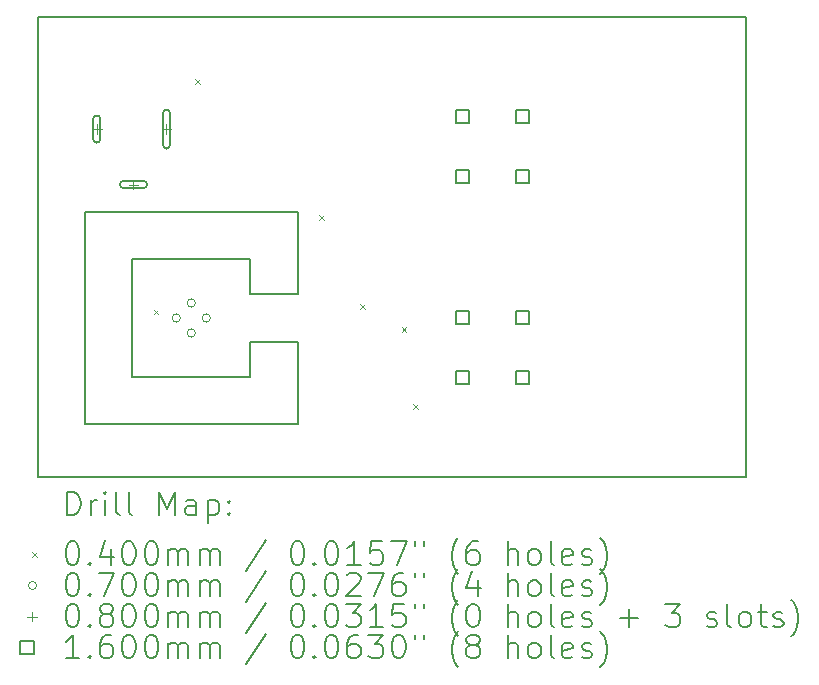
<source format=gbr>
%FSLAX45Y45*%
G04 Gerber Fmt 4.5, Leading zero omitted, Abs format (unit mm)*
G04 Created by KiCad (PCBNEW 6.0.0-d3dd2cf0fa~116~ubuntu21.10.1) date 2022-02-04 23:08:04*
%MOMM*%
%LPD*%
G01*
G04 APERTURE LIST*
%TA.AperFunction,Profile*%
%ADD10C,0.200000*%
%TD*%
%ADD11C,0.200000*%
%ADD12C,0.040000*%
%ADD13C,0.070000*%
%ADD14C,0.080000*%
%ADD15C,0.160000*%
G04 APERTURE END LIST*
D10*
X9300000Y-11550000D02*
X8300000Y-11550000D01*
X7500000Y-8500000D02*
X13500000Y-8500000D01*
X13500000Y-8500000D02*
X13500000Y-12400000D01*
X13500000Y-12400000D02*
X7500000Y-12400000D01*
X7500000Y-12400000D02*
X7500000Y-8500000D01*
X8300000Y-11550000D02*
X8300000Y-10550000D01*
X9700000Y-10850000D02*
X9700000Y-10150000D01*
X9300000Y-10550000D02*
X9300000Y-10850000D01*
X9700000Y-11950000D02*
X9700000Y-11250000D01*
X9700000Y-10150000D02*
X7900000Y-10150000D01*
X8300000Y-10550000D02*
X9300000Y-10550000D01*
X9300000Y-11250000D02*
X9300000Y-11550000D01*
X7900000Y-10150000D02*
X7900000Y-11950000D01*
X7900000Y-11950000D02*
X9700000Y-11950000D01*
X9700000Y-11250000D02*
X9300000Y-11250000D01*
X9300000Y-10850000D02*
X9700000Y-10850000D01*
D11*
D12*
X8480000Y-10980000D02*
X8520000Y-11020000D01*
X8520000Y-10980000D02*
X8480000Y-11020000D01*
X8830000Y-9030000D02*
X8870000Y-9070000D01*
X8870000Y-9030000D02*
X8830000Y-9070000D01*
X9880000Y-10180000D02*
X9920000Y-10220000D01*
X9920000Y-10180000D02*
X9880000Y-10220000D01*
X10230000Y-10930000D02*
X10270000Y-10970000D01*
X10270000Y-10930000D02*
X10230000Y-10970000D01*
X10580000Y-11130000D02*
X10620000Y-11170000D01*
X10620000Y-11130000D02*
X10580000Y-11170000D01*
X10680000Y-11780000D02*
X10720000Y-11820000D01*
X10720000Y-11780000D02*
X10680000Y-11820000D01*
D13*
X8708000Y-11050000D02*
G75*
G03*
X8708000Y-11050000I-35000J0D01*
G01*
X8835000Y-10923000D02*
G75*
G03*
X8835000Y-10923000I-35000J0D01*
G01*
X8835000Y-11177000D02*
G75*
G03*
X8835000Y-11177000I-35000J0D01*
G01*
X8962000Y-11050000D02*
G75*
G03*
X8962000Y-11050000I-35000J0D01*
G01*
D14*
X8000000Y-9410000D02*
X8000000Y-9490000D01*
X7960000Y-9450000D02*
X8040000Y-9450000D01*
D11*
X7970000Y-9365000D02*
X7970000Y-9535000D01*
X8030000Y-9365000D02*
X8030000Y-9535000D01*
X7970000Y-9535000D02*
G75*
G03*
X8030000Y-9535000I30000J0D01*
G01*
X8030000Y-9365000D02*
G75*
G03*
X7970000Y-9365000I-30000J0D01*
G01*
D14*
X8310000Y-9880000D02*
X8310000Y-9960000D01*
X8270000Y-9920000D02*
X8350000Y-9920000D01*
D11*
X8225000Y-9950000D02*
X8395000Y-9950000D01*
X8225000Y-9890000D02*
X8395000Y-9890000D01*
X8395000Y-9950000D02*
G75*
G03*
X8395000Y-9890000I0J30000D01*
G01*
X8225000Y-9890000D02*
G75*
G03*
X8225000Y-9950000I0J-30000D01*
G01*
D14*
X8590000Y-9410000D02*
X8590000Y-9490000D01*
X8550000Y-9450000D02*
X8630000Y-9450000D01*
D11*
X8560000Y-9315000D02*
X8560000Y-9585000D01*
X8620000Y-9315000D02*
X8620000Y-9585000D01*
X8560000Y-9585000D02*
G75*
G03*
X8620000Y-9585000I30000J0D01*
G01*
X8620000Y-9315000D02*
G75*
G03*
X8560000Y-9315000I-30000J0D01*
G01*
D15*
X11152569Y-9402569D02*
X11152569Y-9289431D01*
X11039431Y-9289431D01*
X11039431Y-9402569D01*
X11152569Y-9402569D01*
X11152569Y-9910569D02*
X11152569Y-9797431D01*
X11039431Y-9797431D01*
X11039431Y-9910569D01*
X11152569Y-9910569D01*
X11152569Y-11102569D02*
X11152569Y-10989431D01*
X11039431Y-10989431D01*
X11039431Y-11102569D01*
X11152569Y-11102569D01*
X11152569Y-11610569D02*
X11152569Y-11497431D01*
X11039431Y-11497431D01*
X11039431Y-11610569D01*
X11152569Y-11610569D01*
X11660569Y-9402569D02*
X11660569Y-9289431D01*
X11547431Y-9289431D01*
X11547431Y-9402569D01*
X11660569Y-9402569D01*
X11660569Y-9910569D02*
X11660569Y-9797431D01*
X11547431Y-9797431D01*
X11547431Y-9910569D01*
X11660569Y-9910569D01*
X11660569Y-11102569D02*
X11660569Y-10989431D01*
X11547431Y-10989431D01*
X11547431Y-11102569D01*
X11660569Y-11102569D01*
X11660569Y-11610569D02*
X11660569Y-11497431D01*
X11547431Y-11497431D01*
X11547431Y-11610569D01*
X11660569Y-11610569D01*
D11*
X7747619Y-12720476D02*
X7747619Y-12520476D01*
X7795238Y-12520476D01*
X7823809Y-12530000D01*
X7842857Y-12549048D01*
X7852381Y-12568095D01*
X7861905Y-12606190D01*
X7861905Y-12634762D01*
X7852381Y-12672857D01*
X7842857Y-12691905D01*
X7823809Y-12710952D01*
X7795238Y-12720476D01*
X7747619Y-12720476D01*
X7947619Y-12720476D02*
X7947619Y-12587143D01*
X7947619Y-12625238D02*
X7957143Y-12606190D01*
X7966667Y-12596667D01*
X7985714Y-12587143D01*
X8004762Y-12587143D01*
X8071428Y-12720476D02*
X8071428Y-12587143D01*
X8071428Y-12520476D02*
X8061905Y-12530000D01*
X8071428Y-12539524D01*
X8080952Y-12530000D01*
X8071428Y-12520476D01*
X8071428Y-12539524D01*
X8195238Y-12720476D02*
X8176190Y-12710952D01*
X8166667Y-12691905D01*
X8166667Y-12520476D01*
X8300000Y-12720476D02*
X8280952Y-12710952D01*
X8271428Y-12691905D01*
X8271428Y-12520476D01*
X8528571Y-12720476D02*
X8528571Y-12520476D01*
X8595238Y-12663333D01*
X8661905Y-12520476D01*
X8661905Y-12720476D01*
X8842857Y-12720476D02*
X8842857Y-12615714D01*
X8833333Y-12596667D01*
X8814286Y-12587143D01*
X8776190Y-12587143D01*
X8757143Y-12596667D01*
X8842857Y-12710952D02*
X8823810Y-12720476D01*
X8776190Y-12720476D01*
X8757143Y-12710952D01*
X8747619Y-12691905D01*
X8747619Y-12672857D01*
X8757143Y-12653809D01*
X8776190Y-12644286D01*
X8823810Y-12644286D01*
X8842857Y-12634762D01*
X8938095Y-12587143D02*
X8938095Y-12787143D01*
X8938095Y-12596667D02*
X8957143Y-12587143D01*
X8995238Y-12587143D01*
X9014286Y-12596667D01*
X9023810Y-12606190D01*
X9033333Y-12625238D01*
X9033333Y-12682381D01*
X9023810Y-12701428D01*
X9014286Y-12710952D01*
X8995238Y-12720476D01*
X8957143Y-12720476D01*
X8938095Y-12710952D01*
X9119048Y-12701428D02*
X9128571Y-12710952D01*
X9119048Y-12720476D01*
X9109524Y-12710952D01*
X9119048Y-12701428D01*
X9119048Y-12720476D01*
X9119048Y-12596667D02*
X9128571Y-12606190D01*
X9119048Y-12615714D01*
X9109524Y-12606190D01*
X9119048Y-12596667D01*
X9119048Y-12615714D01*
D12*
X7450000Y-13030000D02*
X7490000Y-13070000D01*
X7490000Y-13030000D02*
X7450000Y-13070000D01*
D11*
X7785714Y-12940476D02*
X7804762Y-12940476D01*
X7823809Y-12950000D01*
X7833333Y-12959524D01*
X7842857Y-12978571D01*
X7852381Y-13016667D01*
X7852381Y-13064286D01*
X7842857Y-13102381D01*
X7833333Y-13121428D01*
X7823809Y-13130952D01*
X7804762Y-13140476D01*
X7785714Y-13140476D01*
X7766667Y-13130952D01*
X7757143Y-13121428D01*
X7747619Y-13102381D01*
X7738095Y-13064286D01*
X7738095Y-13016667D01*
X7747619Y-12978571D01*
X7757143Y-12959524D01*
X7766667Y-12950000D01*
X7785714Y-12940476D01*
X7938095Y-13121428D02*
X7947619Y-13130952D01*
X7938095Y-13140476D01*
X7928571Y-13130952D01*
X7938095Y-13121428D01*
X7938095Y-13140476D01*
X8119048Y-13007143D02*
X8119048Y-13140476D01*
X8071428Y-12930952D02*
X8023809Y-13073809D01*
X8147619Y-13073809D01*
X8261905Y-12940476D02*
X8280952Y-12940476D01*
X8300000Y-12950000D01*
X8309524Y-12959524D01*
X8319048Y-12978571D01*
X8328571Y-13016667D01*
X8328571Y-13064286D01*
X8319048Y-13102381D01*
X8309524Y-13121428D01*
X8300000Y-13130952D01*
X8280952Y-13140476D01*
X8261905Y-13140476D01*
X8242857Y-13130952D01*
X8233333Y-13121428D01*
X8223809Y-13102381D01*
X8214286Y-13064286D01*
X8214286Y-13016667D01*
X8223809Y-12978571D01*
X8233333Y-12959524D01*
X8242857Y-12950000D01*
X8261905Y-12940476D01*
X8452381Y-12940476D02*
X8471429Y-12940476D01*
X8490476Y-12950000D01*
X8500000Y-12959524D01*
X8509524Y-12978571D01*
X8519048Y-13016667D01*
X8519048Y-13064286D01*
X8509524Y-13102381D01*
X8500000Y-13121428D01*
X8490476Y-13130952D01*
X8471429Y-13140476D01*
X8452381Y-13140476D01*
X8433333Y-13130952D01*
X8423810Y-13121428D01*
X8414286Y-13102381D01*
X8404762Y-13064286D01*
X8404762Y-13016667D01*
X8414286Y-12978571D01*
X8423810Y-12959524D01*
X8433333Y-12950000D01*
X8452381Y-12940476D01*
X8604762Y-13140476D02*
X8604762Y-13007143D01*
X8604762Y-13026190D02*
X8614286Y-13016667D01*
X8633333Y-13007143D01*
X8661905Y-13007143D01*
X8680952Y-13016667D01*
X8690476Y-13035714D01*
X8690476Y-13140476D01*
X8690476Y-13035714D02*
X8700000Y-13016667D01*
X8719048Y-13007143D01*
X8747619Y-13007143D01*
X8766667Y-13016667D01*
X8776190Y-13035714D01*
X8776190Y-13140476D01*
X8871429Y-13140476D02*
X8871429Y-13007143D01*
X8871429Y-13026190D02*
X8880952Y-13016667D01*
X8900000Y-13007143D01*
X8928571Y-13007143D01*
X8947619Y-13016667D01*
X8957143Y-13035714D01*
X8957143Y-13140476D01*
X8957143Y-13035714D02*
X8966667Y-13016667D01*
X8985714Y-13007143D01*
X9014286Y-13007143D01*
X9033333Y-13016667D01*
X9042857Y-13035714D01*
X9042857Y-13140476D01*
X9433333Y-12930952D02*
X9261905Y-13188095D01*
X9690476Y-12940476D02*
X9709524Y-12940476D01*
X9728571Y-12950000D01*
X9738095Y-12959524D01*
X9747619Y-12978571D01*
X9757143Y-13016667D01*
X9757143Y-13064286D01*
X9747619Y-13102381D01*
X9738095Y-13121428D01*
X9728571Y-13130952D01*
X9709524Y-13140476D01*
X9690476Y-13140476D01*
X9671429Y-13130952D01*
X9661905Y-13121428D01*
X9652381Y-13102381D01*
X9642857Y-13064286D01*
X9642857Y-13016667D01*
X9652381Y-12978571D01*
X9661905Y-12959524D01*
X9671429Y-12950000D01*
X9690476Y-12940476D01*
X9842857Y-13121428D02*
X9852381Y-13130952D01*
X9842857Y-13140476D01*
X9833333Y-13130952D01*
X9842857Y-13121428D01*
X9842857Y-13140476D01*
X9976190Y-12940476D02*
X9995238Y-12940476D01*
X10014286Y-12950000D01*
X10023810Y-12959524D01*
X10033333Y-12978571D01*
X10042857Y-13016667D01*
X10042857Y-13064286D01*
X10033333Y-13102381D01*
X10023810Y-13121428D01*
X10014286Y-13130952D01*
X9995238Y-13140476D01*
X9976190Y-13140476D01*
X9957143Y-13130952D01*
X9947619Y-13121428D01*
X9938095Y-13102381D01*
X9928571Y-13064286D01*
X9928571Y-13016667D01*
X9938095Y-12978571D01*
X9947619Y-12959524D01*
X9957143Y-12950000D01*
X9976190Y-12940476D01*
X10233333Y-13140476D02*
X10119048Y-13140476D01*
X10176190Y-13140476D02*
X10176190Y-12940476D01*
X10157143Y-12969048D01*
X10138095Y-12988095D01*
X10119048Y-12997619D01*
X10414286Y-12940476D02*
X10319048Y-12940476D01*
X10309524Y-13035714D01*
X10319048Y-13026190D01*
X10338095Y-13016667D01*
X10385714Y-13016667D01*
X10404762Y-13026190D01*
X10414286Y-13035714D01*
X10423810Y-13054762D01*
X10423810Y-13102381D01*
X10414286Y-13121428D01*
X10404762Y-13130952D01*
X10385714Y-13140476D01*
X10338095Y-13140476D01*
X10319048Y-13130952D01*
X10309524Y-13121428D01*
X10490476Y-12940476D02*
X10623810Y-12940476D01*
X10538095Y-13140476D01*
X10690476Y-12940476D02*
X10690476Y-12978571D01*
X10766667Y-12940476D02*
X10766667Y-12978571D01*
X11061905Y-13216667D02*
X11052381Y-13207143D01*
X11033333Y-13178571D01*
X11023810Y-13159524D01*
X11014286Y-13130952D01*
X11004762Y-13083333D01*
X11004762Y-13045238D01*
X11014286Y-12997619D01*
X11023810Y-12969048D01*
X11033333Y-12950000D01*
X11052381Y-12921428D01*
X11061905Y-12911905D01*
X11223809Y-12940476D02*
X11185714Y-12940476D01*
X11166667Y-12950000D01*
X11157143Y-12959524D01*
X11138095Y-12988095D01*
X11128571Y-13026190D01*
X11128571Y-13102381D01*
X11138095Y-13121428D01*
X11147619Y-13130952D01*
X11166667Y-13140476D01*
X11204762Y-13140476D01*
X11223809Y-13130952D01*
X11233333Y-13121428D01*
X11242857Y-13102381D01*
X11242857Y-13054762D01*
X11233333Y-13035714D01*
X11223809Y-13026190D01*
X11204762Y-13016667D01*
X11166667Y-13016667D01*
X11147619Y-13026190D01*
X11138095Y-13035714D01*
X11128571Y-13054762D01*
X11480952Y-13140476D02*
X11480952Y-12940476D01*
X11566667Y-13140476D02*
X11566667Y-13035714D01*
X11557143Y-13016667D01*
X11538095Y-13007143D01*
X11509524Y-13007143D01*
X11490476Y-13016667D01*
X11480952Y-13026190D01*
X11690476Y-13140476D02*
X11671428Y-13130952D01*
X11661905Y-13121428D01*
X11652381Y-13102381D01*
X11652381Y-13045238D01*
X11661905Y-13026190D01*
X11671428Y-13016667D01*
X11690476Y-13007143D01*
X11719048Y-13007143D01*
X11738095Y-13016667D01*
X11747619Y-13026190D01*
X11757143Y-13045238D01*
X11757143Y-13102381D01*
X11747619Y-13121428D01*
X11738095Y-13130952D01*
X11719048Y-13140476D01*
X11690476Y-13140476D01*
X11871428Y-13140476D02*
X11852381Y-13130952D01*
X11842857Y-13111905D01*
X11842857Y-12940476D01*
X12023809Y-13130952D02*
X12004762Y-13140476D01*
X11966667Y-13140476D01*
X11947619Y-13130952D01*
X11938095Y-13111905D01*
X11938095Y-13035714D01*
X11947619Y-13016667D01*
X11966667Y-13007143D01*
X12004762Y-13007143D01*
X12023809Y-13016667D01*
X12033333Y-13035714D01*
X12033333Y-13054762D01*
X11938095Y-13073809D01*
X12109524Y-13130952D02*
X12128571Y-13140476D01*
X12166667Y-13140476D01*
X12185714Y-13130952D01*
X12195238Y-13111905D01*
X12195238Y-13102381D01*
X12185714Y-13083333D01*
X12166667Y-13073809D01*
X12138095Y-13073809D01*
X12119048Y-13064286D01*
X12109524Y-13045238D01*
X12109524Y-13035714D01*
X12119048Y-13016667D01*
X12138095Y-13007143D01*
X12166667Y-13007143D01*
X12185714Y-13016667D01*
X12261905Y-13216667D02*
X12271428Y-13207143D01*
X12290476Y-13178571D01*
X12300000Y-13159524D01*
X12309524Y-13130952D01*
X12319048Y-13083333D01*
X12319048Y-13045238D01*
X12309524Y-12997619D01*
X12300000Y-12969048D01*
X12290476Y-12950000D01*
X12271428Y-12921428D01*
X12261905Y-12911905D01*
D13*
X7490000Y-13314000D02*
G75*
G03*
X7490000Y-13314000I-35000J0D01*
G01*
D11*
X7785714Y-13204476D02*
X7804762Y-13204476D01*
X7823809Y-13214000D01*
X7833333Y-13223524D01*
X7842857Y-13242571D01*
X7852381Y-13280667D01*
X7852381Y-13328286D01*
X7842857Y-13366381D01*
X7833333Y-13385428D01*
X7823809Y-13394952D01*
X7804762Y-13404476D01*
X7785714Y-13404476D01*
X7766667Y-13394952D01*
X7757143Y-13385428D01*
X7747619Y-13366381D01*
X7738095Y-13328286D01*
X7738095Y-13280667D01*
X7747619Y-13242571D01*
X7757143Y-13223524D01*
X7766667Y-13214000D01*
X7785714Y-13204476D01*
X7938095Y-13385428D02*
X7947619Y-13394952D01*
X7938095Y-13404476D01*
X7928571Y-13394952D01*
X7938095Y-13385428D01*
X7938095Y-13404476D01*
X8014286Y-13204476D02*
X8147619Y-13204476D01*
X8061905Y-13404476D01*
X8261905Y-13204476D02*
X8280952Y-13204476D01*
X8300000Y-13214000D01*
X8309524Y-13223524D01*
X8319048Y-13242571D01*
X8328571Y-13280667D01*
X8328571Y-13328286D01*
X8319048Y-13366381D01*
X8309524Y-13385428D01*
X8300000Y-13394952D01*
X8280952Y-13404476D01*
X8261905Y-13404476D01*
X8242857Y-13394952D01*
X8233333Y-13385428D01*
X8223809Y-13366381D01*
X8214286Y-13328286D01*
X8214286Y-13280667D01*
X8223809Y-13242571D01*
X8233333Y-13223524D01*
X8242857Y-13214000D01*
X8261905Y-13204476D01*
X8452381Y-13204476D02*
X8471429Y-13204476D01*
X8490476Y-13214000D01*
X8500000Y-13223524D01*
X8509524Y-13242571D01*
X8519048Y-13280667D01*
X8519048Y-13328286D01*
X8509524Y-13366381D01*
X8500000Y-13385428D01*
X8490476Y-13394952D01*
X8471429Y-13404476D01*
X8452381Y-13404476D01*
X8433333Y-13394952D01*
X8423810Y-13385428D01*
X8414286Y-13366381D01*
X8404762Y-13328286D01*
X8404762Y-13280667D01*
X8414286Y-13242571D01*
X8423810Y-13223524D01*
X8433333Y-13214000D01*
X8452381Y-13204476D01*
X8604762Y-13404476D02*
X8604762Y-13271143D01*
X8604762Y-13290190D02*
X8614286Y-13280667D01*
X8633333Y-13271143D01*
X8661905Y-13271143D01*
X8680952Y-13280667D01*
X8690476Y-13299714D01*
X8690476Y-13404476D01*
X8690476Y-13299714D02*
X8700000Y-13280667D01*
X8719048Y-13271143D01*
X8747619Y-13271143D01*
X8766667Y-13280667D01*
X8776190Y-13299714D01*
X8776190Y-13404476D01*
X8871429Y-13404476D02*
X8871429Y-13271143D01*
X8871429Y-13290190D02*
X8880952Y-13280667D01*
X8900000Y-13271143D01*
X8928571Y-13271143D01*
X8947619Y-13280667D01*
X8957143Y-13299714D01*
X8957143Y-13404476D01*
X8957143Y-13299714D02*
X8966667Y-13280667D01*
X8985714Y-13271143D01*
X9014286Y-13271143D01*
X9033333Y-13280667D01*
X9042857Y-13299714D01*
X9042857Y-13404476D01*
X9433333Y-13194952D02*
X9261905Y-13452095D01*
X9690476Y-13204476D02*
X9709524Y-13204476D01*
X9728571Y-13214000D01*
X9738095Y-13223524D01*
X9747619Y-13242571D01*
X9757143Y-13280667D01*
X9757143Y-13328286D01*
X9747619Y-13366381D01*
X9738095Y-13385428D01*
X9728571Y-13394952D01*
X9709524Y-13404476D01*
X9690476Y-13404476D01*
X9671429Y-13394952D01*
X9661905Y-13385428D01*
X9652381Y-13366381D01*
X9642857Y-13328286D01*
X9642857Y-13280667D01*
X9652381Y-13242571D01*
X9661905Y-13223524D01*
X9671429Y-13214000D01*
X9690476Y-13204476D01*
X9842857Y-13385428D02*
X9852381Y-13394952D01*
X9842857Y-13404476D01*
X9833333Y-13394952D01*
X9842857Y-13385428D01*
X9842857Y-13404476D01*
X9976190Y-13204476D02*
X9995238Y-13204476D01*
X10014286Y-13214000D01*
X10023810Y-13223524D01*
X10033333Y-13242571D01*
X10042857Y-13280667D01*
X10042857Y-13328286D01*
X10033333Y-13366381D01*
X10023810Y-13385428D01*
X10014286Y-13394952D01*
X9995238Y-13404476D01*
X9976190Y-13404476D01*
X9957143Y-13394952D01*
X9947619Y-13385428D01*
X9938095Y-13366381D01*
X9928571Y-13328286D01*
X9928571Y-13280667D01*
X9938095Y-13242571D01*
X9947619Y-13223524D01*
X9957143Y-13214000D01*
X9976190Y-13204476D01*
X10119048Y-13223524D02*
X10128571Y-13214000D01*
X10147619Y-13204476D01*
X10195238Y-13204476D01*
X10214286Y-13214000D01*
X10223810Y-13223524D01*
X10233333Y-13242571D01*
X10233333Y-13261619D01*
X10223810Y-13290190D01*
X10109524Y-13404476D01*
X10233333Y-13404476D01*
X10300000Y-13204476D02*
X10433333Y-13204476D01*
X10347619Y-13404476D01*
X10595238Y-13204476D02*
X10557143Y-13204476D01*
X10538095Y-13214000D01*
X10528571Y-13223524D01*
X10509524Y-13252095D01*
X10500000Y-13290190D01*
X10500000Y-13366381D01*
X10509524Y-13385428D01*
X10519048Y-13394952D01*
X10538095Y-13404476D01*
X10576190Y-13404476D01*
X10595238Y-13394952D01*
X10604762Y-13385428D01*
X10614286Y-13366381D01*
X10614286Y-13318762D01*
X10604762Y-13299714D01*
X10595238Y-13290190D01*
X10576190Y-13280667D01*
X10538095Y-13280667D01*
X10519048Y-13290190D01*
X10509524Y-13299714D01*
X10500000Y-13318762D01*
X10690476Y-13204476D02*
X10690476Y-13242571D01*
X10766667Y-13204476D02*
X10766667Y-13242571D01*
X11061905Y-13480667D02*
X11052381Y-13471143D01*
X11033333Y-13442571D01*
X11023810Y-13423524D01*
X11014286Y-13394952D01*
X11004762Y-13347333D01*
X11004762Y-13309238D01*
X11014286Y-13261619D01*
X11023810Y-13233048D01*
X11033333Y-13214000D01*
X11052381Y-13185428D01*
X11061905Y-13175905D01*
X11223809Y-13271143D02*
X11223809Y-13404476D01*
X11176190Y-13194952D02*
X11128571Y-13337809D01*
X11252381Y-13337809D01*
X11480952Y-13404476D02*
X11480952Y-13204476D01*
X11566667Y-13404476D02*
X11566667Y-13299714D01*
X11557143Y-13280667D01*
X11538095Y-13271143D01*
X11509524Y-13271143D01*
X11490476Y-13280667D01*
X11480952Y-13290190D01*
X11690476Y-13404476D02*
X11671428Y-13394952D01*
X11661905Y-13385428D01*
X11652381Y-13366381D01*
X11652381Y-13309238D01*
X11661905Y-13290190D01*
X11671428Y-13280667D01*
X11690476Y-13271143D01*
X11719048Y-13271143D01*
X11738095Y-13280667D01*
X11747619Y-13290190D01*
X11757143Y-13309238D01*
X11757143Y-13366381D01*
X11747619Y-13385428D01*
X11738095Y-13394952D01*
X11719048Y-13404476D01*
X11690476Y-13404476D01*
X11871428Y-13404476D02*
X11852381Y-13394952D01*
X11842857Y-13375905D01*
X11842857Y-13204476D01*
X12023809Y-13394952D02*
X12004762Y-13404476D01*
X11966667Y-13404476D01*
X11947619Y-13394952D01*
X11938095Y-13375905D01*
X11938095Y-13299714D01*
X11947619Y-13280667D01*
X11966667Y-13271143D01*
X12004762Y-13271143D01*
X12023809Y-13280667D01*
X12033333Y-13299714D01*
X12033333Y-13318762D01*
X11938095Y-13337809D01*
X12109524Y-13394952D02*
X12128571Y-13404476D01*
X12166667Y-13404476D01*
X12185714Y-13394952D01*
X12195238Y-13375905D01*
X12195238Y-13366381D01*
X12185714Y-13347333D01*
X12166667Y-13337809D01*
X12138095Y-13337809D01*
X12119048Y-13328286D01*
X12109524Y-13309238D01*
X12109524Y-13299714D01*
X12119048Y-13280667D01*
X12138095Y-13271143D01*
X12166667Y-13271143D01*
X12185714Y-13280667D01*
X12261905Y-13480667D02*
X12271428Y-13471143D01*
X12290476Y-13442571D01*
X12300000Y-13423524D01*
X12309524Y-13394952D01*
X12319048Y-13347333D01*
X12319048Y-13309238D01*
X12309524Y-13261619D01*
X12300000Y-13233048D01*
X12290476Y-13214000D01*
X12271428Y-13185428D01*
X12261905Y-13175905D01*
D14*
X7450000Y-13538000D02*
X7450000Y-13618000D01*
X7410000Y-13578000D02*
X7490000Y-13578000D01*
D11*
X7785714Y-13468476D02*
X7804762Y-13468476D01*
X7823809Y-13478000D01*
X7833333Y-13487524D01*
X7842857Y-13506571D01*
X7852381Y-13544667D01*
X7852381Y-13592286D01*
X7842857Y-13630381D01*
X7833333Y-13649428D01*
X7823809Y-13658952D01*
X7804762Y-13668476D01*
X7785714Y-13668476D01*
X7766667Y-13658952D01*
X7757143Y-13649428D01*
X7747619Y-13630381D01*
X7738095Y-13592286D01*
X7738095Y-13544667D01*
X7747619Y-13506571D01*
X7757143Y-13487524D01*
X7766667Y-13478000D01*
X7785714Y-13468476D01*
X7938095Y-13649428D02*
X7947619Y-13658952D01*
X7938095Y-13668476D01*
X7928571Y-13658952D01*
X7938095Y-13649428D01*
X7938095Y-13668476D01*
X8061905Y-13554190D02*
X8042857Y-13544667D01*
X8033333Y-13535143D01*
X8023809Y-13516095D01*
X8023809Y-13506571D01*
X8033333Y-13487524D01*
X8042857Y-13478000D01*
X8061905Y-13468476D01*
X8100000Y-13468476D01*
X8119048Y-13478000D01*
X8128571Y-13487524D01*
X8138095Y-13506571D01*
X8138095Y-13516095D01*
X8128571Y-13535143D01*
X8119048Y-13544667D01*
X8100000Y-13554190D01*
X8061905Y-13554190D01*
X8042857Y-13563714D01*
X8033333Y-13573238D01*
X8023809Y-13592286D01*
X8023809Y-13630381D01*
X8033333Y-13649428D01*
X8042857Y-13658952D01*
X8061905Y-13668476D01*
X8100000Y-13668476D01*
X8119048Y-13658952D01*
X8128571Y-13649428D01*
X8138095Y-13630381D01*
X8138095Y-13592286D01*
X8128571Y-13573238D01*
X8119048Y-13563714D01*
X8100000Y-13554190D01*
X8261905Y-13468476D02*
X8280952Y-13468476D01*
X8300000Y-13478000D01*
X8309524Y-13487524D01*
X8319048Y-13506571D01*
X8328571Y-13544667D01*
X8328571Y-13592286D01*
X8319048Y-13630381D01*
X8309524Y-13649428D01*
X8300000Y-13658952D01*
X8280952Y-13668476D01*
X8261905Y-13668476D01*
X8242857Y-13658952D01*
X8233333Y-13649428D01*
X8223809Y-13630381D01*
X8214286Y-13592286D01*
X8214286Y-13544667D01*
X8223809Y-13506571D01*
X8233333Y-13487524D01*
X8242857Y-13478000D01*
X8261905Y-13468476D01*
X8452381Y-13468476D02*
X8471429Y-13468476D01*
X8490476Y-13478000D01*
X8500000Y-13487524D01*
X8509524Y-13506571D01*
X8519048Y-13544667D01*
X8519048Y-13592286D01*
X8509524Y-13630381D01*
X8500000Y-13649428D01*
X8490476Y-13658952D01*
X8471429Y-13668476D01*
X8452381Y-13668476D01*
X8433333Y-13658952D01*
X8423810Y-13649428D01*
X8414286Y-13630381D01*
X8404762Y-13592286D01*
X8404762Y-13544667D01*
X8414286Y-13506571D01*
X8423810Y-13487524D01*
X8433333Y-13478000D01*
X8452381Y-13468476D01*
X8604762Y-13668476D02*
X8604762Y-13535143D01*
X8604762Y-13554190D02*
X8614286Y-13544667D01*
X8633333Y-13535143D01*
X8661905Y-13535143D01*
X8680952Y-13544667D01*
X8690476Y-13563714D01*
X8690476Y-13668476D01*
X8690476Y-13563714D02*
X8700000Y-13544667D01*
X8719048Y-13535143D01*
X8747619Y-13535143D01*
X8766667Y-13544667D01*
X8776190Y-13563714D01*
X8776190Y-13668476D01*
X8871429Y-13668476D02*
X8871429Y-13535143D01*
X8871429Y-13554190D02*
X8880952Y-13544667D01*
X8900000Y-13535143D01*
X8928571Y-13535143D01*
X8947619Y-13544667D01*
X8957143Y-13563714D01*
X8957143Y-13668476D01*
X8957143Y-13563714D02*
X8966667Y-13544667D01*
X8985714Y-13535143D01*
X9014286Y-13535143D01*
X9033333Y-13544667D01*
X9042857Y-13563714D01*
X9042857Y-13668476D01*
X9433333Y-13458952D02*
X9261905Y-13716095D01*
X9690476Y-13468476D02*
X9709524Y-13468476D01*
X9728571Y-13478000D01*
X9738095Y-13487524D01*
X9747619Y-13506571D01*
X9757143Y-13544667D01*
X9757143Y-13592286D01*
X9747619Y-13630381D01*
X9738095Y-13649428D01*
X9728571Y-13658952D01*
X9709524Y-13668476D01*
X9690476Y-13668476D01*
X9671429Y-13658952D01*
X9661905Y-13649428D01*
X9652381Y-13630381D01*
X9642857Y-13592286D01*
X9642857Y-13544667D01*
X9652381Y-13506571D01*
X9661905Y-13487524D01*
X9671429Y-13478000D01*
X9690476Y-13468476D01*
X9842857Y-13649428D02*
X9852381Y-13658952D01*
X9842857Y-13668476D01*
X9833333Y-13658952D01*
X9842857Y-13649428D01*
X9842857Y-13668476D01*
X9976190Y-13468476D02*
X9995238Y-13468476D01*
X10014286Y-13478000D01*
X10023810Y-13487524D01*
X10033333Y-13506571D01*
X10042857Y-13544667D01*
X10042857Y-13592286D01*
X10033333Y-13630381D01*
X10023810Y-13649428D01*
X10014286Y-13658952D01*
X9995238Y-13668476D01*
X9976190Y-13668476D01*
X9957143Y-13658952D01*
X9947619Y-13649428D01*
X9938095Y-13630381D01*
X9928571Y-13592286D01*
X9928571Y-13544667D01*
X9938095Y-13506571D01*
X9947619Y-13487524D01*
X9957143Y-13478000D01*
X9976190Y-13468476D01*
X10109524Y-13468476D02*
X10233333Y-13468476D01*
X10166667Y-13544667D01*
X10195238Y-13544667D01*
X10214286Y-13554190D01*
X10223810Y-13563714D01*
X10233333Y-13582762D01*
X10233333Y-13630381D01*
X10223810Y-13649428D01*
X10214286Y-13658952D01*
X10195238Y-13668476D01*
X10138095Y-13668476D01*
X10119048Y-13658952D01*
X10109524Y-13649428D01*
X10423810Y-13668476D02*
X10309524Y-13668476D01*
X10366667Y-13668476D02*
X10366667Y-13468476D01*
X10347619Y-13497048D01*
X10328571Y-13516095D01*
X10309524Y-13525619D01*
X10604762Y-13468476D02*
X10509524Y-13468476D01*
X10500000Y-13563714D01*
X10509524Y-13554190D01*
X10528571Y-13544667D01*
X10576190Y-13544667D01*
X10595238Y-13554190D01*
X10604762Y-13563714D01*
X10614286Y-13582762D01*
X10614286Y-13630381D01*
X10604762Y-13649428D01*
X10595238Y-13658952D01*
X10576190Y-13668476D01*
X10528571Y-13668476D01*
X10509524Y-13658952D01*
X10500000Y-13649428D01*
X10690476Y-13468476D02*
X10690476Y-13506571D01*
X10766667Y-13468476D02*
X10766667Y-13506571D01*
X11061905Y-13744667D02*
X11052381Y-13735143D01*
X11033333Y-13706571D01*
X11023810Y-13687524D01*
X11014286Y-13658952D01*
X11004762Y-13611333D01*
X11004762Y-13573238D01*
X11014286Y-13525619D01*
X11023810Y-13497048D01*
X11033333Y-13478000D01*
X11052381Y-13449428D01*
X11061905Y-13439905D01*
X11176190Y-13468476D02*
X11195238Y-13468476D01*
X11214286Y-13478000D01*
X11223809Y-13487524D01*
X11233333Y-13506571D01*
X11242857Y-13544667D01*
X11242857Y-13592286D01*
X11233333Y-13630381D01*
X11223809Y-13649428D01*
X11214286Y-13658952D01*
X11195238Y-13668476D01*
X11176190Y-13668476D01*
X11157143Y-13658952D01*
X11147619Y-13649428D01*
X11138095Y-13630381D01*
X11128571Y-13592286D01*
X11128571Y-13544667D01*
X11138095Y-13506571D01*
X11147619Y-13487524D01*
X11157143Y-13478000D01*
X11176190Y-13468476D01*
X11480952Y-13668476D02*
X11480952Y-13468476D01*
X11566667Y-13668476D02*
X11566667Y-13563714D01*
X11557143Y-13544667D01*
X11538095Y-13535143D01*
X11509524Y-13535143D01*
X11490476Y-13544667D01*
X11480952Y-13554190D01*
X11690476Y-13668476D02*
X11671428Y-13658952D01*
X11661905Y-13649428D01*
X11652381Y-13630381D01*
X11652381Y-13573238D01*
X11661905Y-13554190D01*
X11671428Y-13544667D01*
X11690476Y-13535143D01*
X11719048Y-13535143D01*
X11738095Y-13544667D01*
X11747619Y-13554190D01*
X11757143Y-13573238D01*
X11757143Y-13630381D01*
X11747619Y-13649428D01*
X11738095Y-13658952D01*
X11719048Y-13668476D01*
X11690476Y-13668476D01*
X11871428Y-13668476D02*
X11852381Y-13658952D01*
X11842857Y-13639905D01*
X11842857Y-13468476D01*
X12023809Y-13658952D02*
X12004762Y-13668476D01*
X11966667Y-13668476D01*
X11947619Y-13658952D01*
X11938095Y-13639905D01*
X11938095Y-13563714D01*
X11947619Y-13544667D01*
X11966667Y-13535143D01*
X12004762Y-13535143D01*
X12023809Y-13544667D01*
X12033333Y-13563714D01*
X12033333Y-13582762D01*
X11938095Y-13601809D01*
X12109524Y-13658952D02*
X12128571Y-13668476D01*
X12166667Y-13668476D01*
X12185714Y-13658952D01*
X12195238Y-13639905D01*
X12195238Y-13630381D01*
X12185714Y-13611333D01*
X12166667Y-13601809D01*
X12138095Y-13601809D01*
X12119048Y-13592286D01*
X12109524Y-13573238D01*
X12109524Y-13563714D01*
X12119048Y-13544667D01*
X12138095Y-13535143D01*
X12166667Y-13535143D01*
X12185714Y-13544667D01*
X12433333Y-13592286D02*
X12585714Y-13592286D01*
X12509524Y-13668476D02*
X12509524Y-13516095D01*
X12814286Y-13468476D02*
X12938095Y-13468476D01*
X12871428Y-13544667D01*
X12900000Y-13544667D01*
X12919048Y-13554190D01*
X12928571Y-13563714D01*
X12938095Y-13582762D01*
X12938095Y-13630381D01*
X12928571Y-13649428D01*
X12919048Y-13658952D01*
X12900000Y-13668476D01*
X12842857Y-13668476D01*
X12823809Y-13658952D01*
X12814286Y-13649428D01*
X13166667Y-13658952D02*
X13185714Y-13668476D01*
X13223809Y-13668476D01*
X13242857Y-13658952D01*
X13252381Y-13639905D01*
X13252381Y-13630381D01*
X13242857Y-13611333D01*
X13223809Y-13601809D01*
X13195238Y-13601809D01*
X13176190Y-13592286D01*
X13166667Y-13573238D01*
X13166667Y-13563714D01*
X13176190Y-13544667D01*
X13195238Y-13535143D01*
X13223809Y-13535143D01*
X13242857Y-13544667D01*
X13366667Y-13668476D02*
X13347619Y-13658952D01*
X13338095Y-13639905D01*
X13338095Y-13468476D01*
X13471428Y-13668476D02*
X13452381Y-13658952D01*
X13442857Y-13649428D01*
X13433333Y-13630381D01*
X13433333Y-13573238D01*
X13442857Y-13554190D01*
X13452381Y-13544667D01*
X13471428Y-13535143D01*
X13500000Y-13535143D01*
X13519048Y-13544667D01*
X13528571Y-13554190D01*
X13538095Y-13573238D01*
X13538095Y-13630381D01*
X13528571Y-13649428D01*
X13519048Y-13658952D01*
X13500000Y-13668476D01*
X13471428Y-13668476D01*
X13595238Y-13535143D02*
X13671428Y-13535143D01*
X13623809Y-13468476D02*
X13623809Y-13639905D01*
X13633333Y-13658952D01*
X13652381Y-13668476D01*
X13671428Y-13668476D01*
X13728571Y-13658952D02*
X13747619Y-13668476D01*
X13785714Y-13668476D01*
X13804762Y-13658952D01*
X13814286Y-13639905D01*
X13814286Y-13630381D01*
X13804762Y-13611333D01*
X13785714Y-13601809D01*
X13757143Y-13601809D01*
X13738095Y-13592286D01*
X13728571Y-13573238D01*
X13728571Y-13563714D01*
X13738095Y-13544667D01*
X13757143Y-13535143D01*
X13785714Y-13535143D01*
X13804762Y-13544667D01*
X13880952Y-13744667D02*
X13890476Y-13735143D01*
X13909524Y-13706571D01*
X13919048Y-13687524D01*
X13928571Y-13658952D01*
X13938095Y-13611333D01*
X13938095Y-13573238D01*
X13928571Y-13525619D01*
X13919048Y-13497048D01*
X13909524Y-13478000D01*
X13890476Y-13449428D01*
X13880952Y-13439905D01*
D15*
X7466569Y-13898569D02*
X7466569Y-13785431D01*
X7353431Y-13785431D01*
X7353431Y-13898569D01*
X7466569Y-13898569D01*
D11*
X7852381Y-13932476D02*
X7738095Y-13932476D01*
X7795238Y-13932476D02*
X7795238Y-13732476D01*
X7776190Y-13761048D01*
X7757143Y-13780095D01*
X7738095Y-13789619D01*
X7938095Y-13913428D02*
X7947619Y-13922952D01*
X7938095Y-13932476D01*
X7928571Y-13922952D01*
X7938095Y-13913428D01*
X7938095Y-13932476D01*
X8119048Y-13732476D02*
X8080952Y-13732476D01*
X8061905Y-13742000D01*
X8052381Y-13751524D01*
X8033333Y-13780095D01*
X8023809Y-13818190D01*
X8023809Y-13894381D01*
X8033333Y-13913428D01*
X8042857Y-13922952D01*
X8061905Y-13932476D01*
X8100000Y-13932476D01*
X8119048Y-13922952D01*
X8128571Y-13913428D01*
X8138095Y-13894381D01*
X8138095Y-13846762D01*
X8128571Y-13827714D01*
X8119048Y-13818190D01*
X8100000Y-13808667D01*
X8061905Y-13808667D01*
X8042857Y-13818190D01*
X8033333Y-13827714D01*
X8023809Y-13846762D01*
X8261905Y-13732476D02*
X8280952Y-13732476D01*
X8300000Y-13742000D01*
X8309524Y-13751524D01*
X8319048Y-13770571D01*
X8328571Y-13808667D01*
X8328571Y-13856286D01*
X8319048Y-13894381D01*
X8309524Y-13913428D01*
X8300000Y-13922952D01*
X8280952Y-13932476D01*
X8261905Y-13932476D01*
X8242857Y-13922952D01*
X8233333Y-13913428D01*
X8223809Y-13894381D01*
X8214286Y-13856286D01*
X8214286Y-13808667D01*
X8223809Y-13770571D01*
X8233333Y-13751524D01*
X8242857Y-13742000D01*
X8261905Y-13732476D01*
X8452381Y-13732476D02*
X8471429Y-13732476D01*
X8490476Y-13742000D01*
X8500000Y-13751524D01*
X8509524Y-13770571D01*
X8519048Y-13808667D01*
X8519048Y-13856286D01*
X8509524Y-13894381D01*
X8500000Y-13913428D01*
X8490476Y-13922952D01*
X8471429Y-13932476D01*
X8452381Y-13932476D01*
X8433333Y-13922952D01*
X8423810Y-13913428D01*
X8414286Y-13894381D01*
X8404762Y-13856286D01*
X8404762Y-13808667D01*
X8414286Y-13770571D01*
X8423810Y-13751524D01*
X8433333Y-13742000D01*
X8452381Y-13732476D01*
X8604762Y-13932476D02*
X8604762Y-13799143D01*
X8604762Y-13818190D02*
X8614286Y-13808667D01*
X8633333Y-13799143D01*
X8661905Y-13799143D01*
X8680952Y-13808667D01*
X8690476Y-13827714D01*
X8690476Y-13932476D01*
X8690476Y-13827714D02*
X8700000Y-13808667D01*
X8719048Y-13799143D01*
X8747619Y-13799143D01*
X8766667Y-13808667D01*
X8776190Y-13827714D01*
X8776190Y-13932476D01*
X8871429Y-13932476D02*
X8871429Y-13799143D01*
X8871429Y-13818190D02*
X8880952Y-13808667D01*
X8900000Y-13799143D01*
X8928571Y-13799143D01*
X8947619Y-13808667D01*
X8957143Y-13827714D01*
X8957143Y-13932476D01*
X8957143Y-13827714D02*
X8966667Y-13808667D01*
X8985714Y-13799143D01*
X9014286Y-13799143D01*
X9033333Y-13808667D01*
X9042857Y-13827714D01*
X9042857Y-13932476D01*
X9433333Y-13722952D02*
X9261905Y-13980095D01*
X9690476Y-13732476D02*
X9709524Y-13732476D01*
X9728571Y-13742000D01*
X9738095Y-13751524D01*
X9747619Y-13770571D01*
X9757143Y-13808667D01*
X9757143Y-13856286D01*
X9747619Y-13894381D01*
X9738095Y-13913428D01*
X9728571Y-13922952D01*
X9709524Y-13932476D01*
X9690476Y-13932476D01*
X9671429Y-13922952D01*
X9661905Y-13913428D01*
X9652381Y-13894381D01*
X9642857Y-13856286D01*
X9642857Y-13808667D01*
X9652381Y-13770571D01*
X9661905Y-13751524D01*
X9671429Y-13742000D01*
X9690476Y-13732476D01*
X9842857Y-13913428D02*
X9852381Y-13922952D01*
X9842857Y-13932476D01*
X9833333Y-13922952D01*
X9842857Y-13913428D01*
X9842857Y-13932476D01*
X9976190Y-13732476D02*
X9995238Y-13732476D01*
X10014286Y-13742000D01*
X10023810Y-13751524D01*
X10033333Y-13770571D01*
X10042857Y-13808667D01*
X10042857Y-13856286D01*
X10033333Y-13894381D01*
X10023810Y-13913428D01*
X10014286Y-13922952D01*
X9995238Y-13932476D01*
X9976190Y-13932476D01*
X9957143Y-13922952D01*
X9947619Y-13913428D01*
X9938095Y-13894381D01*
X9928571Y-13856286D01*
X9928571Y-13808667D01*
X9938095Y-13770571D01*
X9947619Y-13751524D01*
X9957143Y-13742000D01*
X9976190Y-13732476D01*
X10214286Y-13732476D02*
X10176190Y-13732476D01*
X10157143Y-13742000D01*
X10147619Y-13751524D01*
X10128571Y-13780095D01*
X10119048Y-13818190D01*
X10119048Y-13894381D01*
X10128571Y-13913428D01*
X10138095Y-13922952D01*
X10157143Y-13932476D01*
X10195238Y-13932476D01*
X10214286Y-13922952D01*
X10223810Y-13913428D01*
X10233333Y-13894381D01*
X10233333Y-13846762D01*
X10223810Y-13827714D01*
X10214286Y-13818190D01*
X10195238Y-13808667D01*
X10157143Y-13808667D01*
X10138095Y-13818190D01*
X10128571Y-13827714D01*
X10119048Y-13846762D01*
X10300000Y-13732476D02*
X10423810Y-13732476D01*
X10357143Y-13808667D01*
X10385714Y-13808667D01*
X10404762Y-13818190D01*
X10414286Y-13827714D01*
X10423810Y-13846762D01*
X10423810Y-13894381D01*
X10414286Y-13913428D01*
X10404762Y-13922952D01*
X10385714Y-13932476D01*
X10328571Y-13932476D01*
X10309524Y-13922952D01*
X10300000Y-13913428D01*
X10547619Y-13732476D02*
X10566667Y-13732476D01*
X10585714Y-13742000D01*
X10595238Y-13751524D01*
X10604762Y-13770571D01*
X10614286Y-13808667D01*
X10614286Y-13856286D01*
X10604762Y-13894381D01*
X10595238Y-13913428D01*
X10585714Y-13922952D01*
X10566667Y-13932476D01*
X10547619Y-13932476D01*
X10528571Y-13922952D01*
X10519048Y-13913428D01*
X10509524Y-13894381D01*
X10500000Y-13856286D01*
X10500000Y-13808667D01*
X10509524Y-13770571D01*
X10519048Y-13751524D01*
X10528571Y-13742000D01*
X10547619Y-13732476D01*
X10690476Y-13732476D02*
X10690476Y-13770571D01*
X10766667Y-13732476D02*
X10766667Y-13770571D01*
X11061905Y-14008667D02*
X11052381Y-13999143D01*
X11033333Y-13970571D01*
X11023810Y-13951524D01*
X11014286Y-13922952D01*
X11004762Y-13875333D01*
X11004762Y-13837238D01*
X11014286Y-13789619D01*
X11023810Y-13761048D01*
X11033333Y-13742000D01*
X11052381Y-13713428D01*
X11061905Y-13703905D01*
X11166667Y-13818190D02*
X11147619Y-13808667D01*
X11138095Y-13799143D01*
X11128571Y-13780095D01*
X11128571Y-13770571D01*
X11138095Y-13751524D01*
X11147619Y-13742000D01*
X11166667Y-13732476D01*
X11204762Y-13732476D01*
X11223809Y-13742000D01*
X11233333Y-13751524D01*
X11242857Y-13770571D01*
X11242857Y-13780095D01*
X11233333Y-13799143D01*
X11223809Y-13808667D01*
X11204762Y-13818190D01*
X11166667Y-13818190D01*
X11147619Y-13827714D01*
X11138095Y-13837238D01*
X11128571Y-13856286D01*
X11128571Y-13894381D01*
X11138095Y-13913428D01*
X11147619Y-13922952D01*
X11166667Y-13932476D01*
X11204762Y-13932476D01*
X11223809Y-13922952D01*
X11233333Y-13913428D01*
X11242857Y-13894381D01*
X11242857Y-13856286D01*
X11233333Y-13837238D01*
X11223809Y-13827714D01*
X11204762Y-13818190D01*
X11480952Y-13932476D02*
X11480952Y-13732476D01*
X11566667Y-13932476D02*
X11566667Y-13827714D01*
X11557143Y-13808667D01*
X11538095Y-13799143D01*
X11509524Y-13799143D01*
X11490476Y-13808667D01*
X11480952Y-13818190D01*
X11690476Y-13932476D02*
X11671428Y-13922952D01*
X11661905Y-13913428D01*
X11652381Y-13894381D01*
X11652381Y-13837238D01*
X11661905Y-13818190D01*
X11671428Y-13808667D01*
X11690476Y-13799143D01*
X11719048Y-13799143D01*
X11738095Y-13808667D01*
X11747619Y-13818190D01*
X11757143Y-13837238D01*
X11757143Y-13894381D01*
X11747619Y-13913428D01*
X11738095Y-13922952D01*
X11719048Y-13932476D01*
X11690476Y-13932476D01*
X11871428Y-13932476D02*
X11852381Y-13922952D01*
X11842857Y-13903905D01*
X11842857Y-13732476D01*
X12023809Y-13922952D02*
X12004762Y-13932476D01*
X11966667Y-13932476D01*
X11947619Y-13922952D01*
X11938095Y-13903905D01*
X11938095Y-13827714D01*
X11947619Y-13808667D01*
X11966667Y-13799143D01*
X12004762Y-13799143D01*
X12023809Y-13808667D01*
X12033333Y-13827714D01*
X12033333Y-13846762D01*
X11938095Y-13865809D01*
X12109524Y-13922952D02*
X12128571Y-13932476D01*
X12166667Y-13932476D01*
X12185714Y-13922952D01*
X12195238Y-13903905D01*
X12195238Y-13894381D01*
X12185714Y-13875333D01*
X12166667Y-13865809D01*
X12138095Y-13865809D01*
X12119048Y-13856286D01*
X12109524Y-13837238D01*
X12109524Y-13827714D01*
X12119048Y-13808667D01*
X12138095Y-13799143D01*
X12166667Y-13799143D01*
X12185714Y-13808667D01*
X12261905Y-14008667D02*
X12271428Y-13999143D01*
X12290476Y-13970571D01*
X12300000Y-13951524D01*
X12309524Y-13922952D01*
X12319048Y-13875333D01*
X12319048Y-13837238D01*
X12309524Y-13789619D01*
X12300000Y-13761048D01*
X12290476Y-13742000D01*
X12271428Y-13713428D01*
X12261905Y-13703905D01*
M02*

</source>
